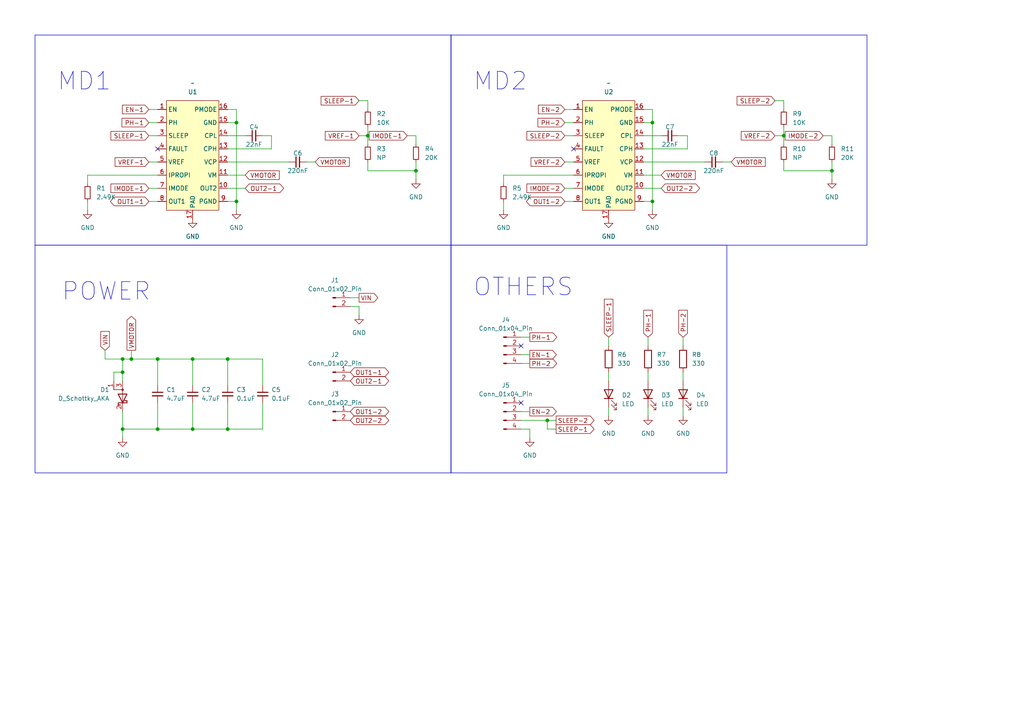
<source format=kicad_sch>
(kicad_sch (version 20230121) (generator eeschema)
  (paper "A4")
  (lib_symbols
    (symbol "@2023-2_MotorDriver:DRV8874"
      (property "Reference" "U" (at 0 1.27 0))
      (symbol "DRV8874_1_1"
        (rectangle (start -7.62 0) (end 7.62 -31.75) (fill (type background)))
        (pin passive line (at -10.16 -2.54 0) (length 2.54) (name "EN") (number "1"))
        (pin passive line (at 10.16 -25.4 180) (length 2.54) (name "OUT2") (number "10"))
        (pin passive line (at 10.16 -21.59 180) (length 2.54) (name "VM") (number "11"))
        (pin passive line (at 10.16 -17.78 180) (length 2.54) (name "VCP") (number "12"))
        (pin passive line (at 10.16 -13.97 180) (length 2.54) (name "CPH") (number "13"))
        (pin passive line (at 10.16 -10.16 180) (length 2.54) (name "CPL") (number "14"))
        (pin passive line (at 10.16 -6.35 180) (length 2.54) (name "GND") (number "15"))
        (pin passive line (at 10.16 -2.54 180) (length 2.54) (name "PMODE") (number "16"))
        (pin passive line (at 0 -34.29 90) (length 2.54) (name "PAD") (number "17"))
        (pin passive line (at -10.16 -6.35 0) (length 2.54) (name "PH") (number "2"))
        (pin passive line (at -10.16 -10.16 0) (length 2.54) (name "SLEEP") (number "3"))
        (pin passive line (at -10.16 -13.97 0) (length 2.54) (name "FAULT") (number "4"))
        (pin passive line (at -10.16 -17.78 0) (length 2.54) (name "VREF") (number "5"))
        (pin passive line (at -10.16 -21.59 0) (length 2.54) (name "IPROPI") (number "6"))
        (pin passive line (at -10.16 -25.4 0) (length 2.54) (name "IMODE") (number "7"))
        (pin passive line (at -10.16 -29.21 0) (length 2.54) (name "OUT1") (number "8"))
        (pin passive line (at 10.16 -29.21 180) (length 2.54) (name "PGND") (number "9"))
      )
    )
    (symbol "Connector:Conn_01x02_Pin" (pin_names (offset 1.016) hide)
      (property "Reference" "J" (at 0 2.54 0))
      (property "Value" "Conn_01x02_Pin" (at 0 -5.08 0))
      (symbol "Conn_01x02_Pin_1_1"
        (polyline (pts (xy 1.27 -2.54) (xy 0.8636 -2.54)) (stroke (width 0.1524)))
        (polyline (pts (xy 1.27 0) (xy 0.8636 0)) (stroke (width 0.1524)))
        (rectangle (start 0.8636 -2.413) (end 0 -2.667) (stroke (width 0.1524)) (fill (type outline)))
        (rectangle (start 0.8636 0.127) (end 0 -0.127) (stroke (width 0.1524)) (fill (type outline)))
        (pin passive line (at 5.08 0 180) (length 3.81) (name "Pin_1") (number "1"))
        (pin passive line (at 5.08 -2.54 180) (length 3.81) (name "Pin_2") (number "2"))
      )
    )
    (symbol "Connector:Conn_01x04_Pin" (pin_names (offset 1.016) hide)
      (property "Reference" "J" (at 0 5.08 0))
      (property "Value" "Conn_01x04_Pin" (at 0 -7.62 0))
      (symbol "Conn_01x04_Pin_1_1"
        (polyline (pts (xy 1.27 -5.08) (xy 0.8636 -5.08)) (stroke (width 0.1524)))
        (polyline (pts (xy 1.27 -2.54) (xy 0.8636 -2.54)) (stroke (width 0.1524)))
        (polyline (pts (xy 1.27 0) (xy 0.8636 0)) (stroke (width 0.1524)))
        (polyline (pts (xy 1.27 2.54) (xy 0.8636 2.54)) (stroke (width 0.1524)))
        (rectangle (start 0.8636 -4.953) (end 0 -5.207) (stroke (width 0.1524)) (fill (type outline)))
        (rectangle (start 0.8636 -2.413) (end 0 -2.667) (stroke (width 0.1524)) (fill (type outline)))
        (rectangle (start 0.8636 0.127) (end 0 -0.127) (stroke (width 0.1524)) (fill (type outline)))
        (rectangle (start 0.8636 2.667) (end 0 2.413) (stroke (width 0.1524)) (fill (type outline)))
        (pin passive line (at 5.08 2.54 180) (length 3.81) (name "Pin_1") (number "1"))
        (pin passive line (at 5.08 0 180) (length 3.81) (name "Pin_2") (number "2"))
        (pin passive line (at 5.08 -2.54 180) (length 3.81) (name "Pin_3") (number "3"))
        (pin passive line (at 5.08 -5.08 180) (length 3.81) (name "Pin_4") (number "4"))
      )
    )
    (symbol "Device:C_Small" (pin_numbers hide) (pin_names (offset 0.254) hide)
      (property "Reference" "C" (at 0.254 1.778 0))
      (property "Value" "C_Small" (at 0.254 -2.032 0))
      (symbol "C_Small_0_1"
        (polyline (pts (xy -1.524 -0.508) (xy 1.524 -0.508)) (stroke (width 0.3302)))
        (polyline (pts (xy -1.524 0.508) (xy 1.524 0.508)) (stroke (width 0.3048)))
      )
      (symbol "C_Small_1_1"
        (pin passive line (at 0 2.54 270) (length 2.032) (name "~") (number "1"))
        (pin passive line (at 0 -2.54 90) (length 2.032) (name "~") (number "2"))
      )
    )
    (symbol "Device:D_Schottky_AKA" (pin_names (offset 0) hide)
      (property "Reference" "D" (at 0 2.54 0))
      (property "Value" "D_Schottky_AKA" (at 0 -2.54 0))
      (symbol "D_Schottky_AKA_0_1"
        (polyline (pts (xy 1.27 1.27) (xy 1.27 -1.27) (xy -1.27 0) (xy 1.27 1.27)) (stroke (width 0.254)))
        (polyline (pts (xy 3.81 2.54) (xy 2.54 2.54) (xy 2.54 0) (xy -1.27 0)))
        (polyline (pts (xy -1.905 0.635) (xy -1.905 1.27) (xy -1.27 1.27) (xy -1.27 -1.27) (xy -0.635 -1.27) (xy -0.635 -0.635)) (stroke (width 0.254)))
        (circle (center 2.54 0) (radius 0.254) (fill (type outline)))
      )
      (symbol "D_Schottky_AKA_1_1"
        (pin input line (at 5.08 2.54 180) (length 2.54) (name "A") (number "1"))
        (pin passive line (at -3.81 0 0) (length 2.54) (name "K") (number "2"))
        (pin passive line (at 5.08 0 180) (length 2.54) (name "A") (number "3"))
      )
    )
    (symbol "Device:LED" (pin_numbers hide) (pin_names (offset 1.016) hide)
      (property "Reference" "D" (at 0 2.54 0))
      (property "Value" "LED" (at 0 -2.54 0))
      (symbol "LED_0_1"
        (polyline (pts (xy -1.27 -1.27) (xy -1.27 1.27)) (stroke (width 0.254)))
        (polyline (pts (xy -1.27 0) (xy 1.27 0)))
        (polyline (pts (xy 1.27 -1.27) (xy 1.27 1.27) (xy -1.27 0) (xy 1.27 -1.27)) (stroke (width 0.254)))
        (polyline (pts (xy -3.048 -0.762) (xy -4.572 -2.286) (xy -3.81 -2.286) (xy -4.572 -2.286) (xy -4.572 -1.524)))
        (polyline (pts (xy -1.778 -0.762) (xy -3.302 -2.286) (xy -2.54 -2.286) (xy -3.302 -2.286) (xy -3.302 -1.524)))
      )
      (symbol "LED_1_1"
        (pin passive line (at -3.81 0 0) (length 2.54) (name "K") (number "1"))
        (pin passive line (at 3.81 0 180) (length 2.54) (name "A") (number "2"))
      )
    )
    (symbol "Device:R" (pin_numbers hide) (pin_names (offset 0))
      (property "Reference" "R" (at 2.032 0 90))
      (property "Value" "R" (at 0 0 90))
      (symbol "R_0_1"
        (rectangle (start -1.016 -2.54) (end 1.016 2.54) (stroke (width 0.254)))
      )
      (symbol "R_1_1"
        (pin passive line (at 0 3.81 270) (length 1.27) (name "~") (number "1"))
        (pin passive line (at 0 -3.81 90) (length 1.27) (name "~") (number "2"))
      )
    )
    (symbol "Device:R_Small" (pin_numbers hide) (pin_names (offset 0.254) hide)
      (property "Reference" "R" (at 0.762 0.508 0))
      (property "Value" "R_Small" (at 0.762 -1.016 0))
      (symbol "R_Small_0_1"
        (rectangle (start -0.762 1.778) (end 0.762 -1.778) (stroke (width 0.2032)))
      )
      (symbol "R_Small_1_1"
        (pin passive line (at 0 2.54 270) (length 0.762) (name "~") (number "1"))
        (pin passive line (at 0 -2.54 90) (length 0.762) (name "~") (number "2"))
      )
    )
    (symbol "power:GND" (power) (pin_names (offset 0))
      (property "Value" "GND" (at 0 -3.81 0))
      (symbol "GND_0_1"
        (polyline (pts (xy 0 0) (xy 0 -1.27) (xy 1.27 -1.27) (xy 0 -2.54) (xy -1.27 -1.27) (xy 0 -1.27)))
      )
      (symbol "GND_1_1"
        (pin power_in line (at 0 0 270) (length 0) hide (name "GND") (number "1"))
      )
    )
  )
  (junction (at 68.58 35.56))
  (junction (at 38.1 104.14))
  (junction (at 68.58 58.42))
  (junction (at 55.88 104.14))
  (junction (at 66.04 124.46))
  (junction (at 120.65 49.53))
  (junction (at 55.88 124.46))
  (junction (at 106.68 39.37))
  (junction (at 66.04 104.14))
  (junction (at 241.3 49.53))
  (junction (at 45.72 104.14))
  (junction (at 45.72 124.46))
  (junction (at 35.56 124.46))
  (junction (at 35.56 107.95))
  (junction (at 158.75 121.92))
  (junction (at 35.56 104.14))
  (junction (at 189.23 58.42))
  (junction (at 189.23 35.56))
  (junction (at 227.33 39.37))
  (no_connect (at 45.72 43.18))
  (no_connect (at 151.13 116.84))
  (no_connect (at 151.13 100.33))
  (no_connect (at 166.37 43.18))
  (wire (pts (xy 227.33 39.37) (xy 227.33 41.91)))
  (wire (pts (xy 35.56 119.38) (xy 35.56 124.46)))
  (wire (pts (xy 176.53 107.95) (xy 176.53 110.49)))
  (wire (pts (xy 66.04 50.8) (xy 71.12 50.8)))
  (wire (pts (xy 163.83 46.99) (xy 166.37 46.99)))
  (wire (pts (xy 43.18 35.56) (xy 45.72 35.56)))
  (wire (pts (xy 66.04 35.56) (xy 68.58 35.56)))
  (wire (pts (xy 120.65 46.99) (xy 120.65 49.53)))
  (wire (pts (xy 158.75 121.92) (xy 161.29 121.92)))
  (wire (pts (xy 176.53 118.11) (xy 176.53 120.65)))
  (wire (pts (xy 106.68 36.83) (xy 106.68 39.37)))
  (wire (pts (xy 33.02 110.49) (xy 33.02 107.95)))
  (wire (pts (xy 68.58 58.42) (xy 68.58 60.96)))
  (wire (pts (xy 187.96 107.95) (xy 187.96 110.49)))
  (wire (pts (xy 30.48 101.6) (xy 30.48 104.14)))
  (wire (pts (xy 66.04 39.37) (xy 71.12 39.37)))
  (wire (pts (xy 186.69 54.61) (xy 191.77 54.61)))
  (wire (pts (xy 163.83 58.42) (xy 166.37 58.42)))
  (wire (pts (xy 35.56 124.46) (xy 35.56 127)))
  (wire (pts (xy 163.83 31.75) (xy 166.37 31.75)))
  (wire (pts (xy 224.79 29.21) (xy 227.33 29.21)))
  (wire (pts (xy 66.04 31.75) (xy 68.58 31.75)))
  (wire (pts (xy 45.72 124.46) (xy 55.88 124.46)))
  (wire (pts (xy 224.79 39.37) (xy 227.33 39.37)))
  (wire (pts (xy 241.3 46.99) (xy 241.3 49.53)))
  (wire (pts (xy 151.13 97.79) (xy 153.67 97.79)))
  (wire (pts (xy 106.68 29.21) (xy 106.68 31.75)))
  (wire (pts (xy 43.18 46.99) (xy 45.72 46.99)))
  (wire (pts (xy 66.04 58.42) (xy 68.58 58.42)))
  (wire (pts (xy 106.68 39.37) (xy 106.68 41.91)))
  (wire (pts (xy 104.14 39.37) (xy 106.68 39.37)))
  (wire (pts (xy 158.75 124.46) (xy 161.29 124.46)))
  (wire (pts (xy 186.69 46.99) (xy 204.47 46.99)))
  (wire (pts (xy 186.69 39.37) (xy 191.77 39.37)))
  (wire (pts (xy 186.69 35.56) (xy 189.23 35.56)))
  (wire (pts (xy 38.1 101.6) (xy 38.1 104.14)))
  (wire (pts (xy 163.83 35.56) (xy 166.37 35.56)))
  (wire (pts (xy 55.88 111.76) (xy 55.88 104.14)))
  (wire (pts (xy 76.2 39.37) (xy 78.74 39.37)))
  (wire (pts (xy 55.88 104.14) (xy 66.04 104.14)))
  (wire (pts (xy 241.3 39.37) (xy 241.3 41.91)))
  (wire (pts (xy 186.69 43.18) (xy 199.39 43.18)))
  (wire (pts (xy 146.05 50.8) (xy 166.37 50.8)))
  (wire (pts (xy 35.56 104.14) (xy 35.56 107.95)))
  (wire (pts (xy 104.14 88.9) (xy 104.14 91.44)))
  (wire (pts (xy 158.75 124.46) (xy 158.75 121.92)))
  (wire (pts (xy 88.9 46.99) (xy 91.44 46.99)))
  (wire (pts (xy 198.12 118.11) (xy 198.12 120.65)))
  (wire (pts (xy 176.53 97.79) (xy 176.53 100.33)))
  (wire (pts (xy 66.04 104.14) (xy 76.2 104.14)))
  (wire (pts (xy 199.39 39.37) (xy 199.39 43.18)))
  (wire (pts (xy 38.1 104.14) (xy 45.72 104.14)))
  (wire (pts (xy 238.76 39.37) (xy 241.3 39.37)))
  (wire (pts (xy 151.13 102.87) (xy 153.67 102.87)))
  (wire (pts (xy 153.67 124.46) (xy 153.67 127)))
  (wire (pts (xy 43.18 58.42) (xy 45.72 58.42)))
  (wire (pts (xy 25.4 58.42) (xy 25.4 60.96)))
  (wire (pts (xy 35.56 104.14) (xy 38.1 104.14)))
  (wire (pts (xy 106.68 46.99) (xy 106.68 49.53)))
  (wire (pts (xy 186.69 31.75) (xy 189.23 31.75)))
  (wire (pts (xy 55.88 124.46) (xy 66.04 124.46)))
  (wire (pts (xy 101.6 86.36) (xy 104.14 86.36)))
  (wire (pts (xy 78.74 39.37) (xy 78.74 43.18)))
  (wire (pts (xy 146.05 58.42) (xy 146.05 60.96)))
  (wire (pts (xy 198.12 97.79) (xy 198.12 100.33)))
  (wire (pts (xy 120.65 49.53) (xy 120.65 52.07)))
  (wire (pts (xy 68.58 31.75) (xy 68.58 35.56)))
  (wire (pts (xy 45.72 104.14) (xy 55.88 104.14)))
  (wire (pts (xy 189.23 35.56) (xy 189.23 58.42)))
  (wire (pts (xy 196.85 39.37) (xy 199.39 39.37)))
  (wire (pts (xy 66.04 54.61) (xy 71.12 54.61)))
  (wire (pts (xy 227.33 49.53) (xy 241.3 49.53)))
  (wire (pts (xy 146.05 53.34) (xy 146.05 50.8)))
  (wire (pts (xy 66.04 124.46) (xy 66.04 116.84)))
  (wire (pts (xy 66.04 111.76) (xy 66.04 104.14)))
  (wire (pts (xy 227.33 36.83) (xy 227.33 39.37)))
  (wire (pts (xy 209.55 46.99) (xy 212.09 46.99)))
  (wire (pts (xy 163.83 39.37) (xy 166.37 39.37)))
  (wire (pts (xy 186.69 58.42) (xy 189.23 58.42)))
  (wire (pts (xy 30.48 104.14) (xy 35.56 104.14)))
  (wire (pts (xy 43.18 39.37) (xy 45.72 39.37)))
  (wire (pts (xy 186.69 50.8) (xy 191.77 50.8)))
  (wire (pts (xy 35.56 124.46) (xy 45.72 124.46)))
  (wire (pts (xy 35.56 107.95) (xy 35.56 110.49)))
  (wire (pts (xy 187.96 97.79) (xy 187.96 100.33)))
  (wire (pts (xy 227.33 46.99) (xy 227.33 49.53)))
  (wire (pts (xy 118.11 39.37) (xy 120.65 39.37)))
  (wire (pts (xy 104.14 29.21) (xy 106.68 29.21)))
  (wire (pts (xy 189.23 58.42) (xy 189.23 60.96)))
  (wire (pts (xy 45.72 116.84) (xy 45.72 124.46)))
  (wire (pts (xy 189.23 31.75) (xy 189.23 35.56)))
  (wire (pts (xy 101.6 88.9) (xy 104.14 88.9)))
  (wire (pts (xy 25.4 53.34) (xy 25.4 50.8)))
  (wire (pts (xy 163.83 54.61) (xy 166.37 54.61)))
  (wire (pts (xy 66.04 46.99) (xy 83.82 46.99)))
  (wire (pts (xy 198.12 107.95) (xy 198.12 110.49)))
  (wire (pts (xy 68.58 35.56) (xy 68.58 58.42)))
  (wire (pts (xy 151.13 119.38) (xy 153.67 119.38)))
  (wire (pts (xy 25.4 50.8) (xy 45.72 50.8)))
  (wire (pts (xy 76.2 116.84) (xy 76.2 124.46)))
  (wire (pts (xy 227.33 29.21) (xy 227.33 31.75)))
  (wire (pts (xy 45.72 104.14) (xy 45.72 111.76)))
  (wire (pts (xy 43.18 31.75) (xy 45.72 31.75)))
  (wire (pts (xy 120.65 39.37) (xy 120.65 41.91)))
  (wire (pts (xy 151.13 121.92) (xy 158.75 121.92)))
  (wire (pts (xy 33.02 107.95) (xy 35.56 107.95)))
  (wire (pts (xy 66.04 43.18) (xy 78.74 43.18)))
  (wire (pts (xy 151.13 105.41) (xy 153.67 105.41)))
  (wire (pts (xy 106.68 49.53) (xy 120.65 49.53)))
  (wire (pts (xy 187.96 118.11) (xy 187.96 120.65)))
  (wire (pts (xy 151.13 124.46) (xy 153.67 124.46)))
  (wire (pts (xy 43.18 54.61) (xy 45.72 54.61)))
  (wire (pts (xy 76.2 104.14) (xy 76.2 111.76)))
  (wire (pts (xy 55.88 116.84) (xy 55.88 124.46)))
  (wire (pts (xy 76.2 124.46) (xy 66.04 124.46)))
  (wire (pts (xy 241.3 49.53) (xy 241.3 52.07)))
  (rectangle (start 10.16 71.12) (end 130.81 137.16))
  (rectangle (start 10.16 10.16) (end 130.81 71.12))
  (rectangle (start 130.81 71.12) (end 210.82 137.16))
  (rectangle (start 130.81 10.16) (end 251.46 71.12))
  (text "MD1" (at 16.51 26.67 0) (effects (font (size 5.08 5.08)) (justify left bottom)))
  (text "POWER" (at 17.78 87.63 0) (effects (font (size 5.08 5.08)) (justify left bottom)))
  (text "OTHERS" (at 137.16 86.36 0) (effects (font (size 5.08 5.08)) (justify left bottom)))
  (text "MD2" (at 137.16 26.67 0) (effects (font (size 5.08 5.08)) (justify left bottom)))
  (global_label "SLEEP-1" (shape input) (at 176.53 97.79 90) (property "Intersheetrefs" "${INTERSHEET_REFS}" (effects hide)))
  (global_label "SLEEP-2" (shape input) (at 224.79 29.21 180) (property "Intersheetrefs" "${INTERSHEET_REFS}" (effects hide)))
  (global_label "SLEEP-1" (shape input) (at 104.14 29.21 180) (property "Intersheetrefs" "${INTERSHEET_REFS}" (effects hide)))
  (global_label "SLEEP-1" (shape output) (at 161.29 124.46 0) (property "Intersheetrefs" "${INTERSHEET_REFS}" (effects hide)))
  (global_label "OUT2-2" (shape bidirectional) (at 191.77 54.61 0) (property "Intersheetrefs" "${INTERSHEET_REFS}" (effects hide)))
  (global_label "VREF-2" (shape input) (at 224.79 39.37 180) (property "Intersheetrefs" "${INTERSHEET_REFS}" (effects hide)))
  (global_label "VMOTOR" (shape output) (at 38.1 101.6 90) (property "Intersheetrefs" "${INTERSHEET_REFS}" (effects hide)))
  (global_label "SLEEP-1" (shape input) (at 43.18 39.37 180) (property "Intersheetrefs" "${INTERSHEET_REFS}" (effects hide)))
  (global_label "PH-2" (shape input) (at 163.83 35.56 180) (property "Intersheetrefs" "${INTERSHEET_REFS}" (effects hide)))
  (global_label "VMOTOR" (shape input) (at 191.77 50.8 0) (property "Intersheetrefs" "${INTERSHEET_REFS}" (effects hide)))
  (global_label "OUT1-1" (shape bidirectional) (at 43.18 58.42 180) (property "Intersheetrefs" "${INTERSHEET_REFS}" (effects hide)))
  (global_label "OUT2-1" (shape bidirectional) (at 101.6 110.49 0) (property "Intersheetrefs" "${INTERSHEET_REFS}" (effects hide)))
  (global_label "PH-1" (shape input) (at 187.96 97.79 90) (property "Intersheetrefs" "${INTERSHEET_REFS}" (effects hide)))
  (global_label "SLEEP-2" (shape output) (at 161.29 121.92 0) (property "Intersheetrefs" "${INTERSHEET_REFS}" (effects hide)))
  (global_label "PH-2" (shape input) (at 198.12 97.79 90) (property "Intersheetrefs" "${INTERSHEET_REFS}" (effects hide)))
  (global_label "PH-1" (shape input) (at 43.18 35.56 180) (property "Intersheetrefs" "${INTERSHEET_REFS}" (effects hide)))
  (global_label "OUT1-1" (shape bidirectional) (at 101.6 107.95 0) (property "Intersheetrefs" "${INTERSHEET_REFS}" (effects hide)))
  (global_label "EN-2" (shape output) (at 153.67 119.38 0) (property "Intersheetrefs" "${INTERSHEET_REFS}" (effects hide)))
  (global_label "IMODE-1" (shape input) (at 43.18 54.61 180) (property "Intersheetrefs" "${INTERSHEET_REFS}" (effects hide)))
  (global_label "PH-1" (shape output) (at 153.67 97.79 0) (property "Intersheetrefs" "${INTERSHEET_REFS}" (effects hide)))
  (global_label "OUT1-2" (shape bidirectional) (at 163.83 58.42 180) (property "Intersheetrefs" "${INTERSHEET_REFS}" (effects hide)))
  (global_label "VREF-2" (shape input) (at 163.83 46.99 180) (property "Intersheetrefs" "${INTERSHEET_REFS}" (effects hide)))
  (global_label "VIN" (shape input) (at 30.48 101.6 90) (property "Intersheetrefs" "${INTERSHEET_REFS}" (effects hide)))
  (global_label "OUT2-1" (shape bidirectional) (at 71.12 54.61 0) (property "Intersheetrefs" "${INTERSHEET_REFS}" (effects hide)))
  (global_label "EN-2" (shape input) (at 163.83 31.75 180) (property "Intersheetrefs" "${INTERSHEET_REFS}" (effects hide)))
  (global_label "VMOTOR" (shape input) (at 71.12 50.8 0) (property "Intersheetrefs" "${INTERSHEET_REFS}" (effects hide)))
  (global_label "IMODE-1" (shape input) (at 118.11 39.37 180) (property "Intersheetrefs" "${INTERSHEET_REFS}" (effects hide)))
  (global_label "EN-1" (shape input) (at 43.18 31.75 180) (property "Intersheetrefs" "${INTERSHEET_REFS}" (effects hide)))
  (global_label "VMOTOR" (shape input) (at 91.44 46.99 0) (property "Intersheetrefs" "${INTERSHEET_REFS}" (effects hide)))
  (global_label "OUT2-2" (shape bidirectional) (at 101.6 121.92 0) (property "Intersheetrefs" "${INTERSHEET_REFS}" (effects hide)))
  (global_label "VIN" (shape output) (at 104.14 86.36 0) (property "Intersheetrefs" "${INTERSHEET_REFS}" (effects hide)))
  (global_label "VREF-1" (shape input) (at 104.14 39.37 180) (property "Intersheetrefs" "${INTERSHEET_REFS}" (effects hide)))
  (global_label "EN-1" (shape output) (at 153.67 102.87 0) (property "Intersheetrefs" "${INTERSHEET_REFS}" (effects hide)))
  (global_label "PH-2" (shape output) (at 153.67 105.41 0) (property "Intersheetrefs" "${INTERSHEET_REFS}" (effects hide)))
  (global_label "IMODE-2" (shape input) (at 238.76 39.37 180) (property "Intersheetrefs" "${INTERSHEET_REFS}" (effects hide)))
  (global_label "VMOTOR" (shape input) (at 212.09 46.99 0) (property "Intersheetrefs" "${INTERSHEET_REFS}" (effects hide)))
  (global_label "OUT1-2" (shape bidirectional) (at 101.6 119.38 0) (property "Intersheetrefs" "${INTERSHEET_REFS}" (effects hide)))
  (global_label "VREF-1" (shape input) (at 43.18 46.99 180) (property "Intersheetrefs" "${INTERSHEET_REFS}" (effects hide)))
  (global_label "IMODE-2" (shape input) (at 163.83 54.61 180) (property "Intersheetrefs" "${INTERSHEET_REFS}" (effects hide)))
  (global_label "SLEEP-2" (shape input) (at 163.83 39.37 180) (property "Intersheetrefs" "${INTERSHEET_REFS}" (effects hide)))
  (symbol (lib_id "Device:C_Small") (at 194.31 39.37 90) (unit 1)
    (property "Reference" "C7" (at 194.31 36.83 90))
    (property "Value" "22nF" (at 194.31 41.91 90))
    (property "Footprint" "Capacitor_SMD:C_0603_1608Metric" (effects hide))
  )
  (symbol (lib_id "Connector:Conn_01x04_Pin") (at 146.05 119.38 0) (unit 1)
    (property "Reference" "J5" (at 146.685 111.76 0))
    (property "Value" "Conn_01x04_Pin" (at 146.685 114.3 0))
    (property "Footprint" "Connector_JST:JST_XH_B4B-XH-A_1x04_P2.50mm_Vertical" (effects hide))
  )
  (symbol (lib_id "Device:LED") (at 198.12 114.3 90) (unit 1)
    (property "Reference" "D4" (at 201.93 114.6175 90) (effects (justify right)))
    (property "Value" "LED" (at 201.93 117.1575 90) (effects (justify right)))
    (property "Footprint" "LED_SMD:LED_0805_2012Metric" (effects hide))
  )
  (symbol (lib_id "Device:C_Small") (at 45.72 114.3 0) (unit 1)
    (property "Reference" "C1" (at 48.26 113.0363 0) (effects (justify left)))
    (property "Value" "4.7uF" (at 48.26 115.5763 0) (effects (justify left)))
    (property "Footprint" "Capacitor_SMD:C_0603_1608Metric" (effects hide))
  )
  (symbol (lib_id "power:GND") (at 120.65 52.07 0) (unit 1)
    (property "Reference" "#PWR06" (effects hide))
    (property "Value" "GND" (at 120.65 57.15 0))
  )
  (symbol (lib_id "Connector:Conn_01x02_Pin") (at 96.52 119.38 0) (unit 1)
    (property "Reference" "J3" (at 97.155 114.3 0))
    (property "Value" "Conn_01x02_Pin" (at 97.155 116.84 0))
    (property "Footprint" "@2023_MotorDriver:JST_VH_S2P-VH_1x02_P3.96mm_Horizontal" (effects hide))
  )
  (symbol (lib_id "power:GND") (at 241.3 52.07 0) (unit 1)
    (property "Reference" "#PWR014" (effects hide))
    (property "Value" "GND" (at 241.3 57.15 0))
  )
  (symbol (lib_id "Device:R_Small") (at 241.3 44.45 0) (unit 1)
    (property "Reference" "R11" (at 243.84 43.18 0) (effects (justify left)))
    (property "Value" "20K" (at 243.84 45.72 0) (effects (justify left)))
    (property "Footprint" "Resistor_SMD:R_0603_1608Metric" (effects hide))
  )
  (symbol (lib_id "Device:R") (at 198.12 104.14 0) (unit 1)
    (property "Reference" "R8" (at 200.66 102.87 0) (effects (justify left)))
    (property "Value" "330" (at 200.66 105.41 0) (effects (justify left)))
    (property "Footprint" "Resistor_SMD:R_0603_1608Metric" (effects hide))
  )
  (symbol (lib_id "power:GND") (at 176.53 63.5 0) (unit 1)
    (property "Reference" "#PWR09" (effects hide))
    (property "Value" "GND" (at 176.53 68.58 0))
  )
  (symbol (lib_id "@2023-2_MotorDriver:DRV8874") (at 55.88 29.21 0) (unit 1)
    (property "Reference" "U1" (at 55.88 26.67 0))
    (property "Value" "~" (at 55.88 24.13 0))
    (property "Footprint" "Package_SO:HTSSOP-16-1EP_4.4x5mm_P0.65mm_EP3.4x5mm_Mask2.46x2.31mm_ThermalVias" (effects hide))
  )
  (symbol (lib_id "Device:R_Small") (at 106.68 44.45 0) (unit 1)
    (property "Reference" "R3" (at 109.22 43.18 0) (effects (justify left)))
    (property "Value" "NP" (at 109.22 45.72 0) (effects (justify left)))
    (property "Footprint" "Resistor_SMD:R_0603_1608Metric" (effects hide))
  )
  (symbol (lib_id "power:GND") (at 187.96 120.65 0) (unit 1)
    (property "Reference" "#PWR011" (effects hide))
    (property "Value" "GND" (at 187.96 125.73 0))
  )
  (symbol (lib_id "power:GND") (at 153.67 127 0) (unit 1)
    (property "Reference" "#PWR08" (effects hide))
    (property "Value" "GND" (at 153.67 132.08 0))
  )
  (symbol (lib_id "Device:C_Small") (at 55.88 114.3 0) (unit 1)
    (property "Reference" "C2" (at 58.42 113.0363 0) (effects (justify left)))
    (property "Value" "4.7uF" (at 58.42 115.5763 0) (effects (justify left)))
    (property "Footprint" "Capacitor_SMD:C_0603_1608Metric" (effects hide))
  )
  (symbol (lib_id "Device:R_Small") (at 106.68 34.29 0) (unit 1)
    (property "Reference" "R2" (at 109.22 33.02 0) (effects (justify left)))
    (property "Value" "10K" (at 109.22 35.56 0) (effects (justify left)))
    (property "Footprint" "Resistor_SMD:R_0603_1608Metric" (effects hide))
  )
  (symbol (lib_id "Device:LED") (at 176.53 114.3 90) (unit 1)
    (property "Reference" "D2" (at 180.34 114.6175 90) (effects (justify right)))
    (property "Value" "LED" (at 180.34 117.1575 90) (effects (justify right)))
    (property "Footprint" "LED_SMD:LED_0805_2012Metric" (effects hide))
  )
  (symbol (lib_id "power:GND") (at 55.88 63.5 0) (unit 1)
    (property "Reference" "#PWR03" (effects hide))
    (property "Value" "GND" (at 55.88 68.58 0))
  )
  (symbol (lib_id "Device:C_Small") (at 86.36 46.99 90) (unit 1)
    (property "Reference" "C6" (at 86.36 44.45 90))
    (property "Value" "220nF" (at 86.36 49.53 90))
    (property "Footprint" "Capacitor_SMD:C_0603_1608Metric" (effects hide))
  )
  (symbol (lib_id "Device:C_Small") (at 76.2 114.3 0) (unit 1)
    (property "Reference" "C5" (at 78.74 113.0363 0) (effects (justify left)))
    (property "Value" "0.1uF" (at 78.74 115.5763 0) (effects (justify left)))
    (property "Footprint" "Capacitor_SMD:C_0603_1608Metric" (effects hide))
  )
  (symbol (lib_id "Device:D_Schottky_AKA") (at 35.56 115.57 90) (unit 1)
    (property "Reference" "D1" (at 31.75 113.03 90) (effects (justify left)))
    (property "Value" "D_Schottky_AKA" (at 31.75 115.57 90) (effects (justify left)))
    (property "Footprint" "Package_TO_SOT_SMD:TO-252-2" (effects hide))
  )
  (symbol (lib_id "Device:R_Small") (at 227.33 34.29 0) (unit 1)
    (property "Reference" "R9" (at 229.87 33.02 0) (effects (justify left)))
    (property "Value" "10K" (at 229.87 35.56 0) (effects (justify left)))
    (property "Footprint" "Resistor_SMD:R_0603_1608Metric" (effects hide))
  )
  (symbol (lib_id "Device:R") (at 176.53 104.14 0) (unit 1)
    (property "Reference" "R6" (at 179.07 102.87 0) (effects (justify left)))
    (property "Value" "330" (at 179.07 105.41 0) (effects (justify left)))
    (property "Footprint" "Resistor_SMD:R_0603_1608Metric" (effects hide))
  )
  (symbol (lib_id "Device:R_Small") (at 25.4 55.88 180) (unit 1)
    (property "Reference" "R1" (at 27.94 54.61 0) (effects (justify right)))
    (property "Value" "2.49K" (at 27.94 57.15 0) (effects (justify right)))
    (property "Footprint" "Resistor_SMD:R_0603_1608Metric" (effects hide))
  )
  (symbol (lib_id "power:GND") (at 104.14 91.44 0) (unit 1)
    (property "Reference" "#PWR05" (effects hide))
    (property "Value" "GND" (at 104.14 96.52 0))
  )
  (symbol (lib_id "power:GND") (at 68.58 60.96 0) (unit 1)
    (property "Reference" "#PWR04" (effects hide))
    (property "Value" "GND" (at 68.58 66.04 0))
  )
  (symbol (lib_id "power:GND") (at 146.05 60.96 0) (unit 1)
    (property "Reference" "#PWR07" (effects hide))
    (property "Value" "GND" (at 146.05 66.04 0))
  )
  (symbol (lib_id "Connector:Conn_01x02_Pin") (at 96.52 107.95 0) (unit 1)
    (property "Reference" "J2" (at 97.155 102.87 0))
    (property "Value" "Conn_01x02_Pin" (at 97.155 105.41 0))
    (property "Footprint" "@2023_MotorDriver:JST_VH_S2P-VH_1x02_P3.96mm_Horizontal" (effects hide))
  )
  (symbol (lib_id "power:GND") (at 35.56 127 0) (unit 1)
    (property "Reference" "#PWR02" (effects hide))
    (property "Value" "GND" (at 35.56 132.08 0))
  )
  (symbol (lib_id "Device:R_Small") (at 227.33 44.45 0) (unit 1)
    (property "Reference" "R10" (at 229.87 43.18 0) (effects (justify left)))
    (property "Value" "NP" (at 229.87 45.72 0) (effects (justify left)))
    (property "Footprint" "Resistor_SMD:R_0603_1608Metric" (effects hide))
  )
  (symbol (lib_id "Device:R") (at 187.96 104.14 0) (unit 1)
    (property "Reference" "R7" (at 190.5 102.87 0) (effects (justify left)))
    (property "Value" "330" (at 190.5 105.41 0) (effects (justify left)))
    (property "Footprint" "Resistor_SMD:R_0603_1608Metric" (effects hide))
  )
  (symbol (lib_id "Device:C_Small") (at 73.66 39.37 90) (unit 1)
    (property "Reference" "C4" (at 73.66 36.83 90))
    (property "Value" "22nF" (at 73.66 41.91 90))
    (property "Footprint" "Capacitor_SMD:C_0603_1608Metric" (effects hide))
  )
  (symbol (lib_id "Device:C_Small") (at 207.01 46.99 90) (unit 1)
    (property "Reference" "C8" (at 207.01 44.45 90))
    (property "Value" "220nF" (at 207.01 49.53 90))
    (property "Footprint" "Capacitor_SMD:C_0603_1608Metric" (effects hide))
  )
  (symbol (lib_id "Device:R_Small") (at 120.65 44.45 0) (unit 1)
    (property "Reference" "R4" (at 123.19 43.18 0) (effects (justify left)))
    (property "Value" "20K" (at 123.19 45.72 0) (effects (justify left)))
    (property "Footprint" "Resistor_SMD:R_0603_1608Metric" (effects hide))
  )
  (symbol (lib_id "power:GND") (at 189.23 60.96 0) (unit 1)
    (property "Reference" "#PWR012" (effects hide))
    (property "Value" "GND" (at 189.23 66.04 0))
  )
  (symbol (lib_id "power:GND") (at 176.53 120.65 0) (unit 1)
    (property "Reference" "#PWR010" (effects hide))
    (property "Value" "GND" (at 176.53 125.73 0))
  )
  (symbol (lib_id "Connector:Conn_01x04_Pin") (at 146.05 100.33 0) (unit 1)
    (property "Reference" "J4" (at 146.685 92.71 0))
    (property "Value" "Conn_01x04_Pin" (at 146.685 95.25 0))
    (property "Footprint" "Connector_JST:JST_XH_B4B-XH-A_1x04_P2.50mm_Vertical" (effects hide))
  )
  (symbol (lib_id "Device:LED") (at 187.96 114.3 90) (unit 1)
    (property "Reference" "D3" (at 191.77 114.6175 90) (effects (justify right)))
    (property "Value" "LED" (at 191.77 117.1575 90) (effects (justify right)))
    (property "Footprint" "LED_SMD:LED_0805_2012Metric" (effects hide))
  )
  (symbol (lib_id "power:GND") (at 25.4 60.96 0) (unit 1)
    (property "Reference" "#PWR01" (effects hide))
    (property "Value" "GND" (at 25.4 66.04 0))
  )
  (symbol (lib_id "@2023-2_MotorDriver:DRV8874") (at 176.53 29.21 0) (unit 1)
    (property "Reference" "U2" (at 176.53 26.67 0))
    (property "Value" "~" (at 176.53 24.13 0))
    (property "Footprint" "Package_SO:HTSSOP-16-1EP_4.4x5mm_P0.65mm_EP3.4x5mm_Mask2.46x2.31mm_ThermalVias" (effects hide))
  )
  (symbol (lib_id "Device:R_Small") (at 146.05 55.88 180) (unit 1)
    (property "Reference" "R5" (at 148.59 54.61 0) (effects (justify right)))
    (property "Value" "2.49K" (at 148.59 57.15 0) (effects (justify right)))
    (property "Footprint" "Resistor_SMD:R_0603_1608Metric" (effects hide))
  )
  (symbol (lib_id "Connector:Conn_01x02_Pin") (at 96.52 86.36 0) (unit 1)
    (property "Reference" "J1" (at 97.155 81.28 0))
    (property "Value" "Conn_01x02_Pin" (at 97.155 83.82 0))
    (property "Footprint" "Connector_JST:JST_VH_B2P-VH-B_1x02_P3.96mm_Vertical" (effects hide))
  )
  (symbol (lib_id "Device:C_Small") (at 66.04 114.3 0) (unit 1)
    (property "Reference" "C3" (at 68.58 113.0363 0) (effects (justify left)))
    (property "Value" "0.1uF" (at 68.58 115.5763 0) (effects (justify left)))
    (property "Footprint" "Capacitor_SMD:C_0603_1608Metric" (effects hide))
  )
  (symbol (lib_id "power:GND") (at 198.12 120.65 0) (unit 1)
    (property "Reference" "#PWR013" (effects hide))
    (property "Value" "GND" (at 198.12 125.73 0))
  )
)
</source>
